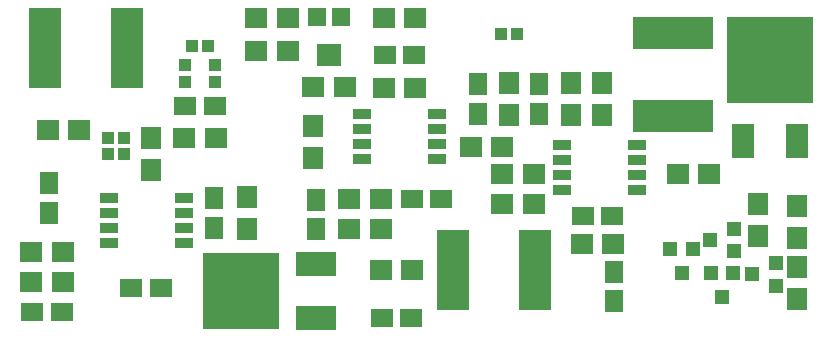
<source format=gbr>
G04 #@! TF.FileFunction,Soldermask,Top*
%FSLAX46Y46*%
G04 Gerber Fmt 4.6, Leading zero omitted, Abs format (unit mm)*
G04 Created by KiCad (PCBNEW 4.0.4-stable) date Saturday, October 15, 2016 'PMt' 10:10:04 PM*
%MOMM*%
%LPD*%
G01*
G04 APERTURE LIST*
%ADD10C,0.100000*%
%ADD11R,1.900000X1.650000*%
%ADD12R,1.650000X1.900000*%
%ADD13R,1.000000X1.100000*%
%ADD14R,1.100000X1.000000*%
%ADD15R,1.900000X1.700000*%
%ADD16R,2.800000X6.750000*%
%ADD17R,1.200100X1.200100*%
%ADD18R,1.700000X1.900000*%
%ADD19R,2.000200X1.901140*%
%ADD20R,1.598880X1.598880*%
%ADD21R,6.750000X2.800000*%
%ADD22R,1.901140X2.899360*%
%ADD23R,7.400240X7.400240*%
%ADD24R,1.543000X0.908000*%
%ADD25R,3.448000X2.051000*%
%ADD26R,6.496000X6.496000*%
G04 APERTURE END LIST*
D10*
D11*
X120503000Y-103632000D03*
X118003000Y-103632000D03*
D12*
X133350000Y-96500000D03*
X133350000Y-94000000D03*
X155702000Y-84348000D03*
X155702000Y-86848000D03*
D11*
X167112000Y-95504000D03*
X164612000Y-95504000D03*
D12*
X119380000Y-95230000D03*
X119380000Y-92730000D03*
D11*
X128885000Y-101600000D03*
X126385000Y-101600000D03*
D12*
X160909000Y-84348000D03*
X160909000Y-86848000D03*
X167259000Y-102723000D03*
X167259000Y-100223000D03*
D11*
X130957000Y-86233000D03*
X133457000Y-86233000D03*
X150134000Y-94107000D03*
X152634000Y-94107000D03*
X147848000Y-81915000D03*
X150348000Y-81915000D03*
X147594000Y-104140000D03*
X150094000Y-104140000D03*
D12*
X141986000Y-96627000D03*
X141986000Y-94127000D03*
D13*
X124395000Y-88900000D03*
X125795000Y-88900000D03*
X157669000Y-80137000D03*
X159069000Y-80137000D03*
X125795000Y-90297000D03*
X124395000Y-90297000D03*
D14*
X130937000Y-84139000D03*
X130937000Y-82739000D03*
D13*
X131507000Y-81153000D03*
X132907000Y-81153000D03*
D14*
X133477000Y-82739000D03*
X133477000Y-84139000D03*
D15*
X150194000Y-100076000D03*
X147494000Y-100076000D03*
D16*
X119055000Y-81280000D03*
X126055000Y-81280000D03*
X160599000Y-100076000D03*
X153599000Y-100076000D03*
D17*
X180959760Y-101407000D03*
X180959760Y-99507000D03*
X178960780Y-100457000D03*
X177403760Y-98486000D03*
X177403760Y-96586000D03*
X175404780Y-97536000D03*
X177353000Y-100345240D03*
X175453000Y-100345240D03*
X176403000Y-102344220D03*
X173924000Y-98313240D03*
X172024000Y-98313240D03*
X172974000Y-100312220D03*
D15*
X147748000Y-84709000D03*
X150448000Y-84709000D03*
X144479000Y-84582000D03*
X141779000Y-84582000D03*
X117903000Y-98552000D03*
X120603000Y-98552000D03*
D18*
X136144000Y-96600000D03*
X136144000Y-93900000D03*
D15*
X120603000Y-101092000D03*
X117903000Y-101092000D03*
D18*
X158369000Y-84248000D03*
X158369000Y-86948000D03*
D15*
X157781000Y-94488000D03*
X160481000Y-94488000D03*
X167212000Y-97917000D03*
X164512000Y-97917000D03*
X172640000Y-91948000D03*
X175340000Y-91948000D03*
X155114000Y-89662000D03*
X157814000Y-89662000D03*
X122000000Y-88265000D03*
X119300000Y-88265000D03*
D18*
X179451000Y-94535000D03*
X179451000Y-97235000D03*
X128016000Y-91647000D03*
X128016000Y-88947000D03*
X141732000Y-87931000D03*
X141732000Y-90631000D03*
D15*
X157781000Y-91948000D03*
X160481000Y-91948000D03*
D18*
X163576000Y-86948000D03*
X163576000Y-84248000D03*
X182753000Y-94662000D03*
X182753000Y-97362000D03*
X166243000Y-84248000D03*
X166243000Y-86948000D03*
D15*
X130857000Y-88900000D03*
X133557000Y-88900000D03*
X147748000Y-78740000D03*
X150448000Y-78740000D03*
X144827000Y-96647000D03*
X147527000Y-96647000D03*
X136953000Y-78740000D03*
X139653000Y-78740000D03*
X144827000Y-94107000D03*
X147527000Y-94107000D03*
X139653000Y-81534000D03*
X136953000Y-81534000D03*
D18*
X182753000Y-102569000D03*
X182753000Y-99869000D03*
D19*
X143129000Y-81915000D03*
D20*
X144129760Y-78673960D03*
X142128240Y-78673960D03*
D21*
X172212000Y-87066000D03*
X172212000Y-80066000D03*
D22*
X178191160Y-89174320D03*
X182742840Y-89174320D03*
D23*
X180467000Y-82275680D03*
D24*
X130810000Y-93980000D03*
X130810000Y-95250000D03*
X130810000Y-96520000D03*
X130810000Y-97790000D03*
X124460000Y-97790000D03*
X124460000Y-96520000D03*
X124460000Y-95250000D03*
X124460000Y-93980000D03*
X152273000Y-86868000D03*
X152273000Y-88138000D03*
X152273000Y-89408000D03*
X152273000Y-90678000D03*
X145923000Y-90678000D03*
X145923000Y-89408000D03*
X145923000Y-88138000D03*
X145923000Y-86868000D03*
X162814000Y-93345000D03*
X162814000Y-92075000D03*
X162814000Y-90805000D03*
X162814000Y-89535000D03*
X169164000Y-89535000D03*
X169164000Y-90805000D03*
X169164000Y-92075000D03*
X169164000Y-93345000D03*
D25*
X141986000Y-104140000D03*
D26*
X135636000Y-101854000D03*
D25*
X141986000Y-99568000D03*
M02*

</source>
